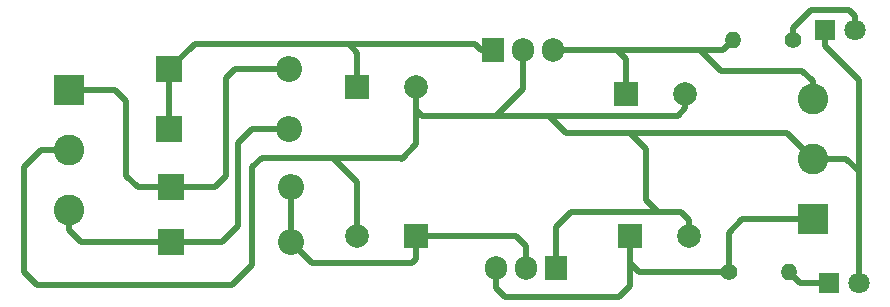
<source format=gbr>
%TF.GenerationSoftware,KiCad,Pcbnew,7.0.2*%
%TF.CreationDate,2023-08-22T20:11:55+05:30*%
%TF.ProjectId,Power_Supply_12V,506f7765-725f-4537-9570-706c795f3132,rev?*%
%TF.SameCoordinates,Original*%
%TF.FileFunction,Copper,L2,Bot*%
%TF.FilePolarity,Positive*%
%FSLAX46Y46*%
G04 Gerber Fmt 4.6, Leading zero omitted, Abs format (unit mm)*
G04 Created by KiCad (PCBNEW 7.0.2) date 2023-08-22 20:11:55*
%MOMM*%
%LPD*%
G01*
G04 APERTURE LIST*
%TA.AperFunction,ComponentPad*%
%ADD10R,2.600000X2.600000*%
%TD*%
%TA.AperFunction,ComponentPad*%
%ADD11C,2.600000*%
%TD*%
%TA.AperFunction,ComponentPad*%
%ADD12R,1.905000X2.000000*%
%TD*%
%TA.AperFunction,ComponentPad*%
%ADD13O,1.905000X2.000000*%
%TD*%
%TA.AperFunction,ComponentPad*%
%ADD14R,1.800000X1.800000*%
%TD*%
%TA.AperFunction,ComponentPad*%
%ADD15C,1.800000*%
%TD*%
%TA.AperFunction,ComponentPad*%
%ADD16R,2.200000X2.200000*%
%TD*%
%TA.AperFunction,ComponentPad*%
%ADD17O,2.200000X2.200000*%
%TD*%
%TA.AperFunction,ComponentPad*%
%ADD18R,2.000000X2.000000*%
%TD*%
%TA.AperFunction,ComponentPad*%
%ADD19C,2.000000*%
%TD*%
%TA.AperFunction,ComponentPad*%
%ADD20C,1.400000*%
%TD*%
%TA.AperFunction,ComponentPad*%
%ADD21O,1.400000X1.400000*%
%TD*%
%TA.AperFunction,Conductor*%
%ADD22C,0.500000*%
%TD*%
G04 APERTURE END LIST*
D10*
%TO.P,J1,1,Pin_1*%
%TO.N,Net-(D1-A)*%
X102158800Y-72745600D03*
D11*
%TO.P,J1,2,Pin_2*%
%TO.N,Net-(D5-K)*%
X102158800Y-77825600D03*
%TO.P,J1,3,Pin_3*%
%TO.N,Net-(D2-A)*%
X102158800Y-82905600D03*
%TD*%
D12*
%TO.P,U2,1,GND*%
%TO.N,Net-(D5-K)*%
X143408400Y-87833200D03*
D13*
%TO.P,U2,2,VI*%
%TO.N,Net-(D3-A)*%
X140868400Y-87833200D03*
%TO.P,U2,3,VO*%
%TO.N,Net-(J2-Pin_1)*%
X138328400Y-87833200D03*
%TD*%
D14*
%TO.P,D5,1,K*%
%TO.N,Net-(D5-K)*%
X166116000Y-67665600D03*
D15*
%TO.P,D5,2,A*%
%TO.N,Net-(D5-A)*%
X168656000Y-67665600D03*
%TD*%
D16*
%TO.P,D3,1,K*%
%TO.N,Net-(D1-A)*%
X110744000Y-80975200D03*
D17*
%TO.P,D3,2,A*%
%TO.N,Net-(D3-A)*%
X120904000Y-80975200D03*
%TD*%
D18*
%TO.P,C2,1*%
%TO.N,Net-(D3-A)*%
X131552077Y-85090000D03*
D19*
%TO.P,C2,2*%
%TO.N,Net-(D5-K)*%
X126552077Y-85090000D03*
%TD*%
D16*
%TO.P,D2,1,K*%
%TO.N,Net-(D1-K)*%
X110642400Y-76098400D03*
D17*
%TO.P,D2,2,A*%
%TO.N,Net-(D2-A)*%
X120802400Y-76098400D03*
%TD*%
D18*
%TO.P,C3,1*%
%TO.N,Net-(J2-Pin_3)*%
X149321123Y-73101200D03*
D19*
%TO.P,C3,2*%
%TO.N,Net-(D5-K)*%
X154321123Y-73101200D03*
%TD*%
D14*
%TO.P,D6,1,K*%
%TO.N,Net-(D6-K)*%
X166471600Y-89103200D03*
D15*
%TO.P,D6,2,A*%
%TO.N,Net-(D5-K)*%
X169011600Y-89103200D03*
%TD*%
D16*
%TO.P,D1,1,K*%
%TO.N,Net-(D1-K)*%
X110642400Y-71018400D03*
D17*
%TO.P,D1,2,A*%
%TO.N,Net-(D1-A)*%
X120802400Y-71018400D03*
%TD*%
D18*
%TO.P,C4,1*%
%TO.N,Net-(J2-Pin_1)*%
X149625923Y-85090000D03*
D19*
%TO.P,C4,2*%
%TO.N,Net-(D5-K)*%
X154625923Y-85090000D03*
%TD*%
D10*
%TO.P,J2,1,Pin_1*%
%TO.N,Net-(J2-Pin_1)*%
X165100000Y-83667600D03*
D11*
%TO.P,J2,2,Pin_2*%
%TO.N,Net-(D5-K)*%
X165100000Y-78587600D03*
%TO.P,J2,3,Pin_3*%
%TO.N,Net-(J2-Pin_3)*%
X165100000Y-73507600D03*
%TD*%
D18*
%TO.P,C1,1*%
%TO.N,Net-(D1-K)*%
X126562723Y-72491600D03*
D19*
%TO.P,C1,2*%
%TO.N,Net-(D5-K)*%
X131562723Y-72491600D03*
%TD*%
D12*
%TO.P,U1,1,VI*%
%TO.N,Net-(D1-K)*%
X138023600Y-69392800D03*
D13*
%TO.P,U1,2,GND*%
%TO.N,Net-(D5-K)*%
X140563600Y-69392800D03*
%TO.P,U1,3,VO*%
%TO.N,Net-(J2-Pin_3)*%
X143103600Y-69392800D03*
%TD*%
D20*
%TO.P,R2,1*%
%TO.N,Net-(J2-Pin_1)*%
X158038800Y-88188800D03*
D21*
%TO.P,R2,2*%
%TO.N,Net-(D6-K)*%
X163118800Y-88188800D03*
%TD*%
D16*
%TO.P,D4,1,K*%
%TO.N,Net-(D2-A)*%
X110794800Y-85648800D03*
D17*
%TO.P,D4,2,A*%
%TO.N,Net-(D3-A)*%
X120954800Y-85648800D03*
%TD*%
D20*
%TO.P,R1,1*%
%TO.N,Net-(D5-A)*%
X163423600Y-68529200D03*
D21*
%TO.P,R1,2*%
%TO.N,Net-(J2-Pin_3)*%
X158343600Y-68529200D03*
%TD*%
D22*
%TO.N,Net-(D1-K)*%
X136550400Y-68884800D02*
X137058400Y-69392800D01*
X125831600Y-68884800D02*
X126562723Y-69615923D01*
X110642400Y-71018400D02*
X112776000Y-68884800D01*
X110642400Y-71018400D02*
X110642400Y-76098400D01*
X124561600Y-68884800D02*
X124714000Y-68884800D01*
X137058400Y-69392800D02*
X138023600Y-69392800D01*
X112776000Y-68884800D02*
X124561600Y-68884800D01*
X124714000Y-68884800D02*
X125831600Y-68884800D01*
X126562723Y-69615923D02*
X126562723Y-72491600D01*
X124714000Y-68884800D02*
X136550400Y-68884800D01*
%TO.N,Net-(D1-A)*%
X106984800Y-80010000D02*
X107950000Y-80975200D01*
X115468400Y-80010000D02*
X114503200Y-80975200D01*
X116230400Y-71018400D02*
X115468400Y-71780400D01*
X106984800Y-73660000D02*
X106984800Y-80010000D01*
X115468400Y-71780400D02*
X115468400Y-80010000D01*
X102158800Y-72745600D02*
X106070400Y-72745600D01*
X107950000Y-80975200D02*
X110744000Y-80975200D01*
X114503200Y-80975200D02*
X110744000Y-80975200D01*
X120802400Y-71018400D02*
X116230400Y-71018400D01*
X106070400Y-72745600D02*
X106984800Y-73660000D01*
%TO.N,Net-(D2-A)*%
X116484400Y-77216000D02*
X116484400Y-84277200D01*
X120802400Y-76098400D02*
X117602000Y-76098400D01*
X116484400Y-84277200D02*
X115112800Y-85648800D01*
X102158800Y-84632800D02*
X103174800Y-85648800D01*
X117602000Y-76098400D02*
X116484400Y-77216000D01*
X103174800Y-85648800D02*
X110794800Y-85648800D01*
X102158800Y-82905600D02*
X102158800Y-84632800D01*
X115112800Y-85648800D02*
X110794800Y-85648800D01*
%TO.N,Net-(D3-A)*%
X120904000Y-83210400D02*
X120904000Y-85598000D01*
X140868400Y-87833200D02*
X140868400Y-85953600D01*
X122732800Y-87426800D02*
X131216400Y-87426800D01*
X120954800Y-85648800D02*
X122732800Y-87426800D01*
X131216400Y-87426800D02*
X131552077Y-87091123D01*
X140004800Y-85090000D02*
X131552077Y-85090000D01*
X120904000Y-85598000D02*
X120954800Y-85648800D01*
X120904000Y-80975200D02*
X120904000Y-83210400D01*
X120954800Y-85648800D02*
X120954800Y-86360000D01*
X131552077Y-87091123D02*
X131552077Y-85090000D01*
X140868400Y-85953600D02*
X140004800Y-85090000D01*
%TO.N,Net-(J2-Pin_1)*%
X148691600Y-90271600D02*
X149625923Y-89337277D01*
X149625923Y-89337277D02*
X149625923Y-87446723D01*
X158038800Y-88188800D02*
X150368000Y-88188800D01*
X149625923Y-87446723D02*
X149625923Y-85090000D01*
X150368000Y-88188800D02*
X149625923Y-87446723D01*
X159156400Y-83667600D02*
X157988000Y-84836000D01*
X138328400Y-89509600D02*
X139090400Y-90271600D01*
X158038800Y-84886800D02*
X158038800Y-88188800D01*
X139090400Y-90271600D02*
X148691600Y-90271600D01*
X165100000Y-83667600D02*
X159156400Y-83667600D01*
X157988000Y-84836000D02*
X158038800Y-84886800D01*
X138328400Y-87833200D02*
X138328400Y-89509600D01*
%TO.N,Net-(D5-K)*%
X131562723Y-77326877D02*
X131562723Y-74472800D01*
X150977600Y-77774800D02*
X150977600Y-82092800D01*
X140563600Y-72694800D02*
X138328400Y-74930000D01*
X102158800Y-77825600D02*
X99771200Y-77825600D01*
X144221200Y-76403200D02*
X149098000Y-76403200D01*
X124256800Y-78486000D02*
X124510800Y-78486000D01*
X124256800Y-78486000D02*
X130200400Y-78486000D01*
X149606000Y-76403200D02*
X150977600Y-77774800D01*
X143408400Y-84378800D02*
X144678400Y-83108800D01*
X169011600Y-80721200D02*
X169011600Y-79654400D01*
X142748000Y-74930000D02*
X144221200Y-76403200D01*
X149098000Y-76403200D02*
X149606000Y-76403200D01*
X150977600Y-82092800D02*
X151993600Y-83108800D01*
X169011600Y-71932800D02*
X169011600Y-80721200D01*
X167944800Y-78587600D02*
X165100000Y-78587600D01*
X140563600Y-69392800D02*
X140563600Y-72694800D01*
X132019923Y-74930000D02*
X131562723Y-74472800D01*
X166116000Y-67665600D02*
X166116000Y-69037200D01*
X169011600Y-79654400D02*
X167944800Y-78587600D01*
X99466400Y-89306400D02*
X115925600Y-89306400D01*
X98348800Y-79248000D02*
X98348800Y-88188800D01*
X131562723Y-74472800D02*
X131562723Y-72491600D01*
X162915600Y-76403200D02*
X165100000Y-78587600D01*
X130200400Y-78486000D02*
X130302000Y-78587600D01*
X138328400Y-74930000D02*
X132019923Y-74930000D01*
X149098000Y-76403200D02*
X162915600Y-76403200D01*
X154625923Y-83810723D02*
X154625923Y-85090000D01*
X169011600Y-89103200D02*
X169011600Y-80721200D01*
X98348800Y-88188800D02*
X99466400Y-89306400D01*
X117652800Y-87579200D02*
X117652800Y-79298800D01*
X166116000Y-69037200D02*
X169011600Y-71932800D01*
X117652800Y-79298800D02*
X118465600Y-78486000D01*
X144678400Y-83108800D02*
X151993600Y-83108800D01*
X154321123Y-74278877D02*
X154321123Y-73101200D01*
X130302000Y-78587600D02*
X131562723Y-77326877D01*
X118465600Y-78486000D02*
X124256800Y-78486000D01*
X126552077Y-80527277D02*
X126552077Y-85090000D01*
X153670000Y-74930000D02*
X154321123Y-74278877D01*
X138328400Y-74930000D02*
X142748000Y-74930000D01*
X143408400Y-87833200D02*
X143408400Y-84378800D01*
X115925600Y-89306400D02*
X117652800Y-87579200D01*
X99771200Y-77825600D02*
X98348800Y-79248000D01*
X153924000Y-83108800D02*
X154625923Y-83810723D01*
X142748000Y-74930000D02*
X153670000Y-74930000D01*
X151993600Y-83108800D02*
X153924000Y-83108800D01*
X124510800Y-78486000D02*
X126552077Y-80527277D01*
%TO.N,Net-(J2-Pin_3)*%
X164236400Y-71170800D02*
X165100000Y-72034400D01*
X146405600Y-69392800D02*
X143103600Y-69392800D01*
X165100000Y-72034400D02*
X165100000Y-73507600D01*
X155346400Y-69392800D02*
X146405600Y-69392800D01*
X157327600Y-71170800D02*
X164236400Y-71170800D01*
X158343600Y-68529200D02*
X157480000Y-69392800D01*
X148539200Y-69392800D02*
X146405600Y-69392800D01*
X155549600Y-69392800D02*
X157327600Y-71170800D01*
X157480000Y-69392800D02*
X155041600Y-69392800D01*
X155346400Y-69392800D02*
X155549600Y-69392800D01*
X155702000Y-69392800D02*
X155346400Y-69392800D01*
X149321123Y-70174723D02*
X148539200Y-69392800D01*
X157480000Y-69392800D02*
X155346400Y-69392800D01*
X149321123Y-73101200D02*
X149321123Y-70174723D01*
%TO.N,Net-(D5-A)*%
X163423600Y-68529200D02*
X163423600Y-67539251D01*
X168656000Y-66497200D02*
X168656000Y-67665600D01*
X164973651Y-65989200D02*
X168148000Y-65989200D01*
X168148000Y-65989200D02*
X168656000Y-66497200D01*
X163423600Y-67539251D02*
X164973651Y-65989200D01*
%TO.N,Net-(D6-K)*%
X164033200Y-89103200D02*
X163118800Y-88188800D01*
X166471600Y-89103200D02*
X164033200Y-89103200D01*
%TD*%
M02*

</source>
